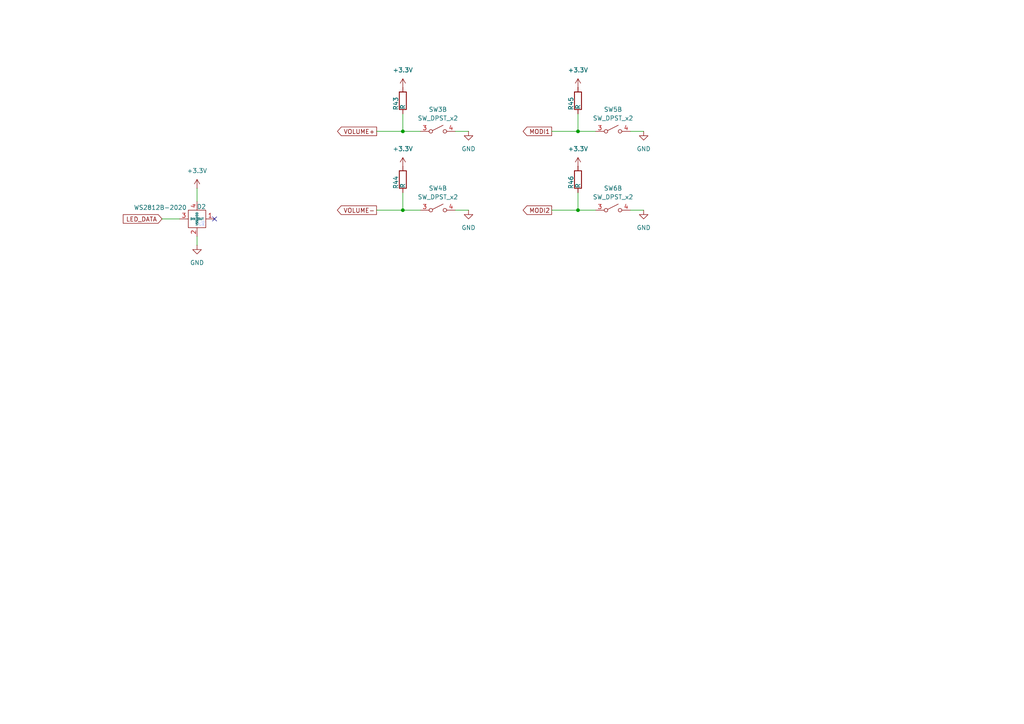
<source format=kicad_sch>
(kicad_sch (version 20231120) (generator "eeschema") (generator_version "8.0")
  (paper "A4")
  (lib_symbols
    (symbol "Device:R" (pin_numbers hide) (pin_names (offset 0))
      (property "Reference" "R" (at 2.032 0 90))
      (property "Value" "R" (at 0 0 90))
      (symbol "R_0_1"
        (rectangle (start -1.016 -2.54) (end 1.016 2.54) (stroke (width 0.254)))
      )
      (symbol "R_1_1"
        (pin passive line (at 0 3.81 270) (length 1.27) (name "~") (number "1"))
        (pin passive line (at 0 -3.81 90) (length 1.27) (name "~") (number "2"))
      )
    )
    (symbol "Matrix2_Schnuppiprojekt:WS2812B-2020_small"
      (property "Reference" "D" (at -2.794 4.826 0))
      (symbol "WS2812B-2020_small_1_1"
        (rectangle (start -2.54 2.54) (end 2.54 -2.54))
        (polyline (pts (xy 1.016 -1.016) (xy 0.508 -1.524) (xy 0.508 -1.27) (xy 0.508 -1.524) (xy 0.762 -1.524)) (stroke (width 0.0762) (color 159 183 255 1)))
        (polyline (pts (xy 1.27 -1.524) (xy 0.762 -2.032) (xy 0.762 -1.778) (xy 0.762 -2.032) (xy 1.016 -2.032)) (stroke (width 0.0762) (color 159 183 255 1)))
        (polyline (pts (xy 1.778 -1.778) (xy 1.27 -0.762) (xy 2.286 -0.762) (xy 1.778 -1.778) (xy 1.778 -0.508) (xy 1.778 -0.508) (xy 1.778 -1.778) (xy 1.27 -1.778) (xy 2.286 -1.778) (xy 1.778 -1.778) (xy 1.778 -2.032) (xy 1.778 -1.778)) (stroke (width 0.0762) (color 159 183 255 1)))
        (pin output line (at 5.08 0 180) (length 2.54) (name "DOUT") (number "1"))
        (pin power_in line (at 0 -5.08 90) (length 2.54) (name "VSS") (number "2"))
        (pin input line (at -5.08 0 0) (length 2.54) (name "DIN") (number "3"))
        (pin power_in line (at 0 5.08 270) (length 2.54) (name "VDD") (number "4"))
      )
    )
    (symbol "Switch:SW_DPST_x2" (pin_names (offset 0) hide)
      (property "Reference" "SW" (at 0 3.175 0))
      (property "Value" "SW_DPST_x2" (at 0 -2.54 0))
      (symbol "SW_DPST_x2_0_0"
        (circle (center -2.032 0) (radius 0.508))
        (polyline (pts (xy -1.524 0.254) (xy 1.524 1.778)))
        (circle (center 2.032 0) (radius 0.508))
      )
      (symbol "SW_DPST_x2_1_1"
        (pin passive line (at -5.08 0 0) (length 2.54) (name "A") (number "1"))
        (pin passive line (at 5.08 0 180) (length 2.54) (name "B") (number "2"))
      )
      (symbol "SW_DPST_x2_2_1"
        (pin passive line (at -5.08 0 0) (length 2.54) (name "A") (number "3"))
        (pin passive line (at 5.08 0 180) (length 2.54) (name "B") (number "4"))
      )
    )
    (symbol "power:+3.3V" (power) (pin_numbers hide) (pin_names (offset 0) hide)
      (property "Value" "+3.3V" (at 0 3.556 0))
      (symbol "+3.3V_0_1"
        (polyline (pts (xy -0.762 1.27) (xy 0 2.54)))
        (polyline (pts (xy 0 0) (xy 0 2.54)))
        (polyline (pts (xy 0 2.54) (xy 0.762 1.27)))
      )
      (symbol "+3.3V_1_1"
        (pin power_in line (at 0 0 90) (length 0) (name "~") (number "1"))
      )
    )
    (symbol "power:GND" (power) (pin_numbers hide) (pin_names (offset 0) hide)
      (property "Value" "GND" (at 0 -3.81 0))
      (symbol "GND_0_1"
        (polyline (pts (xy 0 0) (xy 0 -1.27) (xy 1.27 -1.27) (xy 0 -2.54) (xy -1.27 -1.27) (xy 0 -1.27)))
      )
      (symbol "GND_1_1"
        (pin power_in line (at 0 0 270) (length 0) (name "~") (number "1"))
      )
    )
  )
  (junction (at 116.84 38.1))
  (junction (at 167.64 38.1))
  (junction (at 167.64 60.96))
  (junction (at 116.84 60.96))
  (no_connect (at 62.23 63.5))
  (wire (pts (xy 167.64 38.1) (xy 172.72 38.1)))
  (wire (pts (xy 116.84 38.1) (xy 121.92 38.1)))
  (wire (pts (xy 109.22 38.1) (xy 116.84 38.1)))
  (wire (pts (xy 116.84 33.02) (xy 116.84 38.1)))
  (wire (pts (xy 182.88 60.96) (xy 186.69 60.96)))
  (wire (pts (xy 109.22 60.96) (xy 116.84 60.96)))
  (wire (pts (xy 167.64 60.96) (xy 172.72 60.96)))
  (wire (pts (xy 57.15 54.61) (xy 57.15 58.42)))
  (wire (pts (xy 160.02 60.96) (xy 167.64 60.96)))
  (wire (pts (xy 132.08 38.1) (xy 135.89 38.1)))
  (wire (pts (xy 46.99 63.5) (xy 52.07 63.5)))
  (wire (pts (xy 182.88 38.1) (xy 186.69 38.1)))
  (wire (pts (xy 160.02 38.1) (xy 167.64 38.1)))
  (wire (pts (xy 167.64 55.88) (xy 167.64 60.96)))
  (wire (pts (xy 116.84 60.96) (xy 121.92 60.96)))
  (wire (pts (xy 132.08 60.96) (xy 135.89 60.96)))
  (wire (pts (xy 167.64 33.02) (xy 167.64 38.1)))
  (wire (pts (xy 57.15 71.12) (xy 57.15 68.58)))
  (wire (pts (xy 116.84 55.88) (xy 116.84 60.96)))
  (global_label "MODI1" (shape output) (at 160.02 38.1 180) (property "Intersheetrefs" "${INTERSHEET_REFS}" (effects (hide yes))))
  (global_label "VOLUME+" (shape output) (at 109.2595 38.1 180) (property "Intersheetrefs" "${INTERSHEET_REFS}" (effects (hide yes))))
  (global_label "MODI2" (shape output) (at 160.02 60.96 180) (property "Intersheetrefs" "${INTERSHEET_REFS}" (effects (hide yes))))
  (global_label "VOLUME-" (shape output) (at 109.22 60.96 180) (property "Intersheetrefs" "${INTERSHEET_REFS}" (effects (hide yes))))
  (global_label "LED_DATA" (shape input) (at 46.99 63.5 180) (property "Intersheetrefs" "${INTERSHEET_REFS}" (effects (hide yes))))
  (symbol (lib_id "power:GND") (at 135.89 38.1 0) (unit 1)
    (property "Reference" "#PWR054" (effects (hide yes)))
    (property "Value" "GND" (at 135.89 43.18 0))
    (property "Description" "Power symbol creates a global label with name \"GND\" , ground" (effects (hide yes)))
  )
  (symbol (lib_id "Switch:SW_DPST_x2") (at 177.8 38.1 0) (unit 2)
    (property "Reference" "SW5" (at 177.8 31.75 0))
    (property "Value" "SW_DPST_x2" (at 177.8 34.29 0))
    (property "Footprint" "Matrix2_Schnuppiprojekt:Taster" (effects (hide yes)))
    (property "Datasheet" "file:///C:/data/Projects/SchnuppiProjekt_EnterName/SchnuppiEnterName/Datenblaetter/Taster/ts04-2586192.pdf" (effects (hide yes)))
    (property "Description" "Single Pole Single Throw (SPST) switch, separate symbol" (effects (hide yes)))
    (property "LCSC Part" "C127509" (effects (hide yes)))
  )
  (symbol (lib_id "power:GND") (at 57.15 71.12 0) (unit 1)
    (property "Reference" "#PWR050" (effects (hide yes)))
    (property "Value" "GND" (at 57.15 76.2 0))
    (property "Description" "Power symbol creates a global label with name \"GND\" , ground" (effects (hide yes)))
  )
  (symbol (lib_id "Device:R") (at 116.84 29.21 0) (unit 1)
    (property "Reference" "R43" (at 114.808 32.004 90) (effects (justify left)))
    (property "Value" "R" (at 116.84 31.75 90) (effects (justify left)))
    (property "Description" "Resistor" (effects (hide yes)))
  )
  (symbol (lib_id "Device:R") (at 167.64 29.21 0) (unit 1)
    (property "Reference" "R45" (at 165.608 32.004 90) (effects (justify left)))
    (property "Value" "R" (at 167.64 31.75 90) (effects (justify left)))
    (property "Description" "Resistor" (effects (hide yes)))
  )
  (symbol (lib_id "Matrix2_Schnuppiprojekt:WS2812B-2020_small") (at 57.15 63.5 0) (unit 1)
    (property "Reference" "D2" (at 58.42 59.944 0))
    (property "Value" "WS2812B-2020" (at 46.482 60.198 0))
    (property "Footprint" "LED_SMD:LED_WS2812B-2020_PLCC4_2.0x2.0mm" (effects (hide yes)))
    (property "Datasheet" "file:///C:/data/Projects/SchnuppiProjekt_EnterName/SchnuppiEnterName/Datenblaetter/RGB_LED/WS2812B-2020_V10_EN_181106150240761.pdf" (effects (hide yes)))
    (property "LCSC Part" "C965555" (effects (hide yes)))
  )
  (symbol (lib_id "power:GND") (at 186.69 60.96 0) (unit 1)
    (property "Reference" "#PWR061" (effects (hide yes)))
    (property "Value" "GND" (at 186.69 66.04 0))
    (property "Description" "Power symbol creates a global label with name \"GND\" , ground" (effects (hide yes)))
  )
  (symbol (lib_id "Switch:SW_DPST_x2") (at 127 60.96 0) (unit 2)
    (property "Reference" "SW4" (at 127 54.61 0))
    (property "Value" "SW_DPST_x2" (at 127 57.15 0))
    (property "Footprint" "Matrix2_Schnuppiprojekt:Taster" (effects (hide yes)))
    (property "Datasheet" "file:///C:/data/Projects/SchnuppiProjekt_EnterName/SchnuppiEnterName/Datenblaetter/Taster/ts04-2586192.pdf" (effects (hide yes)))
    (property "Description" "Single Pole Single Throw (SPST) switch, separate symbol" (effects (hide yes)))
    (property "LCSC Part" "C127509" (effects (hide yes)))
  )
  (symbol (lib_id "power:+3.3V") (at 57.15 54.61 0) (unit 1)
    (property "Reference" "#PWR048" (effects (hide yes)))
    (property "Value" "+3.3V" (at 57.15 49.53 0))
    (property "Description" "Power symbol creates a global label with name \"+3.3V\"" (effects (hide yes)))
  )
  (symbol (lib_id "power:GND") (at 186.69 38.1 0) (unit 1)
    (property "Reference" "#PWR059" (effects (hide yes)))
    (property "Value" "GND" (at 186.69 43.18 0))
    (property "Description" "Power symbol creates a global label with name \"GND\" , ground" (effects (hide yes)))
  )
  (symbol (lib_id "Device:R") (at 167.64 52.07 0) (unit 1)
    (property "Reference" "R46" (at 165.608 54.864 90) (effects (justify left)))
    (property "Value" "R" (at 167.64 54.61 90) (effects (justify left)))
    (property "Description" "Resistor" (effects (hide yes)))
  )
  (symbol (lib_id "power:+3.3V") (at 167.64 25.4 0) (unit 1)
    (property "Reference" "#PWR058" (effects (hide yes)))
    (property "Value" "+3.3V" (at 167.64 20.32 0))
    (property "Description" "Power symbol creates a global label with name \"+3.3V\"" (effects (hide yes)))
  )
  (symbol (lib_id "Switch:SW_DPST_x2") (at 177.8 60.96 0) (unit 2)
    (property "Reference" "SW6" (at 177.8 54.61 0))
    (property "Value" "SW_DPST_x2" (at 177.8 57.15 0))
    (property "Footprint" "Matrix2_Schnuppiprojekt:Taster" (effects (hide yes)))
    (property "Datasheet" "file:///C:/data/Projects/SchnuppiProjekt_EnterName/SchnuppiEnterName/Datenblaetter/Taster/ts04-2586192.pdf" (effects (hide yes)))
    (property "Description" "Single Pole Single Throw (SPST) switch, separate symbol" (effects (hide yes)))
    (property "LCSC Part" "C127509" (effects (hide yes)))
  )
  (symbol (lib_id "power:GND") (at 135.89 60.96 0) (unit 1)
    (property "Reference" "#PWR055" (effects (hide yes)))
    (property "Value" "GND" (at 135.89 66.04 0))
    (property "Description" "Power symbol creates a global label with name \"GND\" , ground" (effects (hide yes)))
  )
  (symbol (lib_id "Device:R") (at 116.84 52.07 0) (unit 1)
    (property "Reference" "R44" (at 114.808 54.864 90) (effects (justify left)))
    (property "Value" "R" (at 116.84 54.61 90) (effects (justify left)))
    (property "Description" "Resistor" (effects (hide yes)))
  )
  (symbol (lib_id "power:+3.3V") (at 167.64 48.26 0) (unit 1)
    (property "Reference" "#PWR060" (effects (hide yes)))
    (property "Value" "+3.3V" (at 167.64 43.18 0))
    (property "Description" "Power symbol creates a global label with name \"+3.3V\"" (effects (hide yes)))
  )
  (symbol (lib_id "Switch:SW_DPST_x2") (at 127 38.1 0) (unit 2)
    (property "Reference" "SW3" (at 127 31.75 0))
    (property "Value" "SW_DPST_x2" (at 127 34.29 0))
    (property "Footprint" "Matrix2_Schnuppiprojekt:Taster" (effects (hide yes)))
    (property "Datasheet" "file:///C:/data/Projects/SchnuppiProjekt_EnterName/SchnuppiEnterName/Datenblaetter/Taster/ts04-2586192.pdf" (effects (hide yes)))
    (property "Description" "Single Pole Single Throw (SPST) switch, separate symbol" (effects (hide yes)))
    (property "LCSC Part" "C127509" (effects (hide yes)))
  )
  (symbol (lib_id "power:+3.3V") (at 116.84 48.26 0) (unit 1)
    (property "Reference" "#PWR056" (effects (hide yes)))
    (property "Value" "+3.3V" (at 116.84 43.18 0))
    (property "Description" "Power symbol creates a global label with name \"+3.3V\"" (effects (hide yes)))
  )
  (symbol (lib_id "power:+3.3V") (at 116.84 25.4 0) (unit 1)
    (property "Reference" "#PWR057" (effects (hide yes)))
    (property "Value" "+3.3V" (at 116.84 20.32 0))
    (property "Description" "Power symbol creates a global label with name \"+3.3V\"" (effects (hide yes)))
  )
)
</source>
